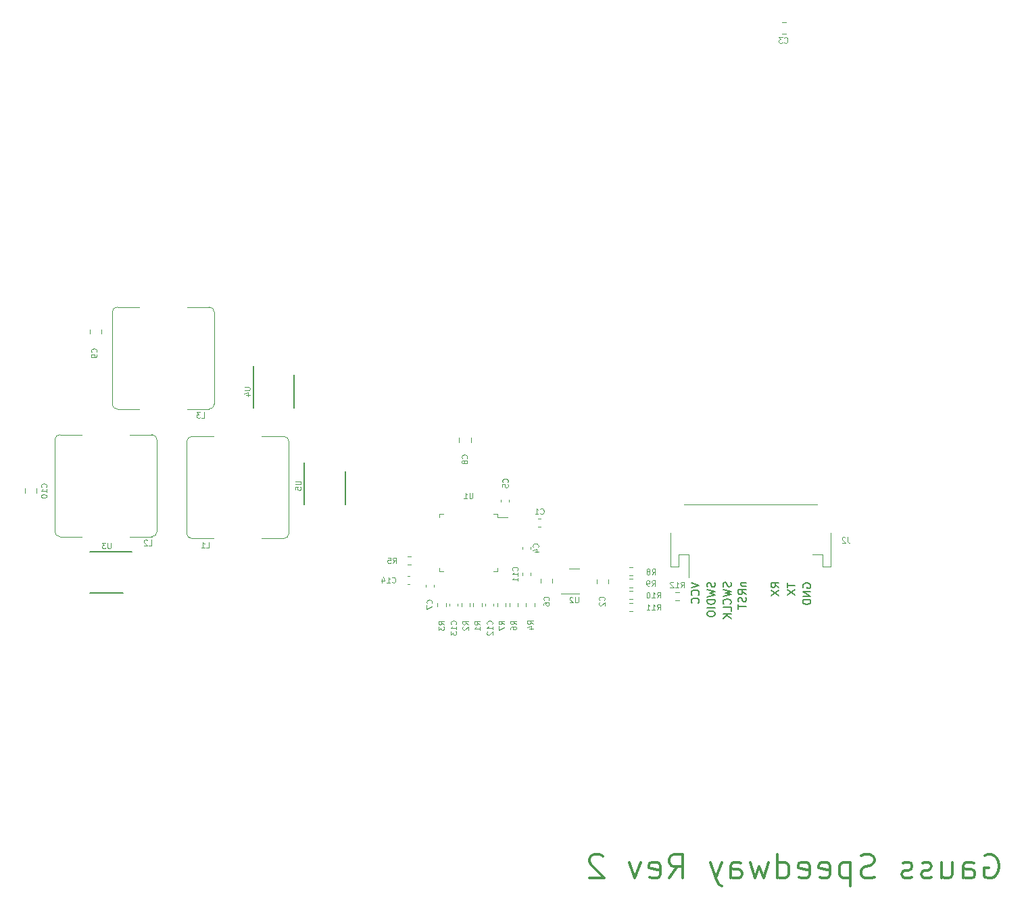
<source format=gbr>
%TF.GenerationSoftware,KiCad,Pcbnew,6.0.2+dfsg-1*%
%TF.CreationDate,2022-11-18T11:13:07-08:00*%
%TF.ProjectId,slot_track,736c6f74-5f74-4726-9163-6b2e6b696361,rev?*%
%TF.SameCoordinates,Original*%
%TF.FileFunction,Legend,Bot*%
%TF.FilePolarity,Positive*%
%FSLAX46Y46*%
G04 Gerber Fmt 4.6, Leading zero omitted, Abs format (unit mm)*
G04 Created by KiCad (PCBNEW 6.0.2+dfsg-1) date 2022-11-18 11:13:07*
%MOMM*%
%LPD*%
G01*
G04 APERTURE LIST*
%ADD10C,0.300000*%
%ADD11C,0.150000*%
%ADD12C,0.100000*%
%ADD13C,0.120000*%
G04 APERTURE END LIST*
D10*
X257678571Y-182875000D02*
X257964285Y-182732142D01*
X258392857Y-182732142D01*
X258821428Y-182875000D01*
X259107142Y-183160714D01*
X259250000Y-183446428D01*
X259392857Y-184017857D01*
X259392857Y-184446428D01*
X259250000Y-185017857D01*
X259107142Y-185303571D01*
X258821428Y-185589285D01*
X258392857Y-185732142D01*
X258107142Y-185732142D01*
X257678571Y-185589285D01*
X257535714Y-185446428D01*
X257535714Y-184446428D01*
X258107142Y-184446428D01*
X254964285Y-185732142D02*
X254964285Y-184160714D01*
X255107142Y-183875000D01*
X255392857Y-183732142D01*
X255964285Y-183732142D01*
X256250000Y-183875000D01*
X254964285Y-185589285D02*
X255250000Y-185732142D01*
X255964285Y-185732142D01*
X256250000Y-185589285D01*
X256392857Y-185303571D01*
X256392857Y-185017857D01*
X256250000Y-184732142D01*
X255964285Y-184589285D01*
X255250000Y-184589285D01*
X254964285Y-184446428D01*
X252250000Y-183732142D02*
X252250000Y-185732142D01*
X253535714Y-183732142D02*
X253535714Y-185303571D01*
X253392857Y-185589285D01*
X253107142Y-185732142D01*
X252678571Y-185732142D01*
X252392857Y-185589285D01*
X252250000Y-185446428D01*
X250964285Y-185589285D02*
X250678571Y-185732142D01*
X250107142Y-185732142D01*
X249821428Y-185589285D01*
X249678571Y-185303571D01*
X249678571Y-185160714D01*
X249821428Y-184875000D01*
X250107142Y-184732142D01*
X250535714Y-184732142D01*
X250821428Y-184589285D01*
X250964285Y-184303571D01*
X250964285Y-184160714D01*
X250821428Y-183875000D01*
X250535714Y-183732142D01*
X250107142Y-183732142D01*
X249821428Y-183875000D01*
X248535714Y-185589285D02*
X248250000Y-185732142D01*
X247678571Y-185732142D01*
X247392857Y-185589285D01*
X247250000Y-185303571D01*
X247250000Y-185160714D01*
X247392857Y-184875000D01*
X247678571Y-184732142D01*
X248107142Y-184732142D01*
X248392857Y-184589285D01*
X248535714Y-184303571D01*
X248535714Y-184160714D01*
X248392857Y-183875000D01*
X248107142Y-183732142D01*
X247678571Y-183732142D01*
X247392857Y-183875000D01*
X243821428Y-185589285D02*
X243392857Y-185732142D01*
X242678571Y-185732142D01*
X242392857Y-185589285D01*
X242250000Y-185446428D01*
X242107142Y-185160714D01*
X242107142Y-184875000D01*
X242250000Y-184589285D01*
X242392857Y-184446428D01*
X242678571Y-184303571D01*
X243250000Y-184160714D01*
X243535714Y-184017857D01*
X243678571Y-183875000D01*
X243821428Y-183589285D01*
X243821428Y-183303571D01*
X243678571Y-183017857D01*
X243535714Y-182875000D01*
X243250000Y-182732142D01*
X242535714Y-182732142D01*
X242107142Y-182875000D01*
X240821428Y-183732142D02*
X240821428Y-186732142D01*
X240821428Y-183875000D02*
X240535714Y-183732142D01*
X239964285Y-183732142D01*
X239678571Y-183875000D01*
X239535714Y-184017857D01*
X239392857Y-184303571D01*
X239392857Y-185160714D01*
X239535714Y-185446428D01*
X239678571Y-185589285D01*
X239964285Y-185732142D01*
X240535714Y-185732142D01*
X240821428Y-185589285D01*
X236964285Y-185589285D02*
X237250000Y-185732142D01*
X237821428Y-185732142D01*
X238107142Y-185589285D01*
X238250000Y-185303571D01*
X238250000Y-184160714D01*
X238107142Y-183875000D01*
X237821428Y-183732142D01*
X237250000Y-183732142D01*
X236964285Y-183875000D01*
X236821428Y-184160714D01*
X236821428Y-184446428D01*
X238250000Y-184732142D01*
X234392857Y-185589285D02*
X234678571Y-185732142D01*
X235250000Y-185732142D01*
X235535714Y-185589285D01*
X235678571Y-185303571D01*
X235678571Y-184160714D01*
X235535714Y-183875000D01*
X235250000Y-183732142D01*
X234678571Y-183732142D01*
X234392857Y-183875000D01*
X234250000Y-184160714D01*
X234250000Y-184446428D01*
X235678571Y-184732142D01*
X231678571Y-185732142D02*
X231678571Y-182732142D01*
X231678571Y-185589285D02*
X231964285Y-185732142D01*
X232535714Y-185732142D01*
X232821428Y-185589285D01*
X232964285Y-185446428D01*
X233107142Y-185160714D01*
X233107142Y-184303571D01*
X232964285Y-184017857D01*
X232821428Y-183875000D01*
X232535714Y-183732142D01*
X231964285Y-183732142D01*
X231678571Y-183875000D01*
X230535714Y-183732142D02*
X229964285Y-185732142D01*
X229392857Y-184303571D01*
X228821428Y-185732142D01*
X228250000Y-183732142D01*
X225821428Y-185732142D02*
X225821428Y-184160714D01*
X225964285Y-183875000D01*
X226250000Y-183732142D01*
X226821428Y-183732142D01*
X227107142Y-183875000D01*
X225821428Y-185589285D02*
X226107142Y-185732142D01*
X226821428Y-185732142D01*
X227107142Y-185589285D01*
X227250000Y-185303571D01*
X227250000Y-185017857D01*
X227107142Y-184732142D01*
X226821428Y-184589285D01*
X226107142Y-184589285D01*
X225821428Y-184446428D01*
X224678571Y-183732142D02*
X223964285Y-185732142D01*
X223250000Y-183732142D02*
X223964285Y-185732142D01*
X224250000Y-186446428D01*
X224392857Y-186589285D01*
X224678571Y-186732142D01*
X218107142Y-185732142D02*
X219107142Y-184303571D01*
X219821428Y-185732142D02*
X219821428Y-182732142D01*
X218678571Y-182732142D01*
X218392857Y-182875000D01*
X218250000Y-183017857D01*
X218107142Y-183303571D01*
X218107142Y-183732142D01*
X218250000Y-184017857D01*
X218392857Y-184160714D01*
X218678571Y-184303571D01*
X219821428Y-184303571D01*
X215678571Y-185589285D02*
X215964285Y-185732142D01*
X216535714Y-185732142D01*
X216821428Y-185589285D01*
X216964285Y-185303571D01*
X216964285Y-184160714D01*
X216821428Y-183875000D01*
X216535714Y-183732142D01*
X215964285Y-183732142D01*
X215678571Y-183875000D01*
X215535714Y-184160714D01*
X215535714Y-184446428D01*
X216964285Y-184732142D01*
X214535714Y-183732142D02*
X213821428Y-185732142D01*
X213107142Y-183732142D01*
X209821428Y-183017857D02*
X209678571Y-182875000D01*
X209392857Y-182732142D01*
X208678571Y-182732142D01*
X208392857Y-182875000D01*
X208250000Y-183017857D01*
X208107142Y-183303571D01*
X208107142Y-183589285D01*
X208250000Y-184017857D01*
X209964285Y-185732142D01*
X208107142Y-185732142D01*
D11*
X234875000Y-149313095D02*
X234827380Y-149217857D01*
X234827380Y-149075000D01*
X234875000Y-148932142D01*
X234970238Y-148836904D01*
X235065476Y-148789285D01*
X235255952Y-148741666D01*
X235398809Y-148741666D01*
X235589285Y-148789285D01*
X235684523Y-148836904D01*
X235779761Y-148932142D01*
X235827380Y-149075000D01*
X235827380Y-149170238D01*
X235779761Y-149313095D01*
X235732142Y-149360714D01*
X235398809Y-149360714D01*
X235398809Y-149170238D01*
X235827380Y-149789285D02*
X234827380Y-149789285D01*
X235827380Y-150360714D01*
X234827380Y-150360714D01*
X235827380Y-150836904D02*
X234827380Y-150836904D01*
X234827380Y-151075000D01*
X234875000Y-151217857D01*
X234970238Y-151313095D01*
X235065476Y-151360714D01*
X235255952Y-151408333D01*
X235398809Y-151408333D01*
X235589285Y-151360714D01*
X235684523Y-151313095D01*
X235779761Y-151217857D01*
X235827380Y-151075000D01*
X235827380Y-150836904D01*
X232877380Y-148713095D02*
X232877380Y-149284523D01*
X233877380Y-148998809D02*
X232877380Y-148998809D01*
X232877380Y-149522619D02*
X233877380Y-150189285D01*
X232877380Y-150189285D02*
X233877380Y-149522619D01*
X231852380Y-149283333D02*
X231376190Y-148950000D01*
X231852380Y-148711904D02*
X230852380Y-148711904D01*
X230852380Y-149092857D01*
X230900000Y-149188095D01*
X230947619Y-149235714D01*
X231042857Y-149283333D01*
X231185714Y-149283333D01*
X231280952Y-149235714D01*
X231328571Y-149188095D01*
X231376190Y-149092857D01*
X231376190Y-148711904D01*
X230852380Y-149616666D02*
X231852380Y-150283333D01*
X230852380Y-150283333D02*
X231852380Y-149616666D01*
X227085714Y-148678571D02*
X227752380Y-148678571D01*
X227180952Y-148678571D02*
X227133333Y-148726190D01*
X227085714Y-148821428D01*
X227085714Y-148964285D01*
X227133333Y-149059523D01*
X227228571Y-149107142D01*
X227752380Y-149107142D01*
X227752380Y-150154761D02*
X227276190Y-149821428D01*
X227752380Y-149583333D02*
X226752380Y-149583333D01*
X226752380Y-149964285D01*
X226800000Y-150059523D01*
X226847619Y-150107142D01*
X226942857Y-150154761D01*
X227085714Y-150154761D01*
X227180952Y-150107142D01*
X227228571Y-150059523D01*
X227276190Y-149964285D01*
X227276190Y-149583333D01*
X227704761Y-150535714D02*
X227752380Y-150678571D01*
X227752380Y-150916666D01*
X227704761Y-151011904D01*
X227657142Y-151059523D01*
X227561904Y-151107142D01*
X227466666Y-151107142D01*
X227371428Y-151059523D01*
X227323809Y-151011904D01*
X227276190Y-150916666D01*
X227228571Y-150726190D01*
X227180952Y-150630952D01*
X227133333Y-150583333D01*
X227038095Y-150535714D01*
X226942857Y-150535714D01*
X226847619Y-150583333D01*
X226800000Y-150630952D01*
X226752380Y-150726190D01*
X226752380Y-150964285D01*
X226800000Y-151107142D01*
X226752380Y-151392857D02*
X226752380Y-151964285D01*
X227752380Y-151678571D02*
X226752380Y-151678571D01*
X225804761Y-148638095D02*
X225852380Y-148780952D01*
X225852380Y-149019047D01*
X225804761Y-149114285D01*
X225757142Y-149161904D01*
X225661904Y-149209523D01*
X225566666Y-149209523D01*
X225471428Y-149161904D01*
X225423809Y-149114285D01*
X225376190Y-149019047D01*
X225328571Y-148828571D01*
X225280952Y-148733333D01*
X225233333Y-148685714D01*
X225138095Y-148638095D01*
X225042857Y-148638095D01*
X224947619Y-148685714D01*
X224900000Y-148733333D01*
X224852380Y-148828571D01*
X224852380Y-149066666D01*
X224900000Y-149209523D01*
X224852380Y-149542857D02*
X225852380Y-149780952D01*
X225138095Y-149971428D01*
X225852380Y-150161904D01*
X224852380Y-150400000D01*
X225757142Y-151352380D02*
X225804761Y-151304761D01*
X225852380Y-151161904D01*
X225852380Y-151066666D01*
X225804761Y-150923809D01*
X225709523Y-150828571D01*
X225614285Y-150780952D01*
X225423809Y-150733333D01*
X225280952Y-150733333D01*
X225090476Y-150780952D01*
X224995238Y-150828571D01*
X224900000Y-150923809D01*
X224852380Y-151066666D01*
X224852380Y-151161904D01*
X224900000Y-151304761D01*
X224947619Y-151352380D01*
X225852380Y-152257142D02*
X225852380Y-151780952D01*
X224852380Y-151780952D01*
X225852380Y-152590476D02*
X224852380Y-152590476D01*
X225852380Y-153161904D02*
X225280952Y-152733333D01*
X224852380Y-153161904D02*
X225423809Y-152590476D01*
X220852380Y-148666666D02*
X221852380Y-149000000D01*
X220852380Y-149333333D01*
X221757142Y-150238095D02*
X221804761Y-150190476D01*
X221852380Y-150047619D01*
X221852380Y-149952380D01*
X221804761Y-149809523D01*
X221709523Y-149714285D01*
X221614285Y-149666666D01*
X221423809Y-149619047D01*
X221280952Y-149619047D01*
X221090476Y-149666666D01*
X220995238Y-149714285D01*
X220900000Y-149809523D01*
X220852380Y-149952380D01*
X220852380Y-150047619D01*
X220900000Y-150190476D01*
X220947619Y-150238095D01*
X221757142Y-151238095D02*
X221804761Y-151190476D01*
X221852380Y-151047619D01*
X221852380Y-150952380D01*
X221804761Y-150809523D01*
X221709523Y-150714285D01*
X221614285Y-150666666D01*
X221423809Y-150619047D01*
X221280952Y-150619047D01*
X221090476Y-150666666D01*
X220995238Y-150714285D01*
X220900000Y-150809523D01*
X220852380Y-150952380D01*
X220852380Y-151047619D01*
X220900000Y-151190476D01*
X220947619Y-151238095D01*
X223804761Y-148680952D02*
X223852380Y-148823809D01*
X223852380Y-149061904D01*
X223804761Y-149157142D01*
X223757142Y-149204761D01*
X223661904Y-149252380D01*
X223566666Y-149252380D01*
X223471428Y-149204761D01*
X223423809Y-149157142D01*
X223376190Y-149061904D01*
X223328571Y-148871428D01*
X223280952Y-148776190D01*
X223233333Y-148728571D01*
X223138095Y-148680952D01*
X223042857Y-148680952D01*
X222947619Y-148728571D01*
X222900000Y-148776190D01*
X222852380Y-148871428D01*
X222852380Y-149109523D01*
X222900000Y-149252380D01*
X222852380Y-149585714D02*
X223852380Y-149823809D01*
X223138095Y-150014285D01*
X223852380Y-150204761D01*
X222852380Y-150442857D01*
X223852380Y-150823809D02*
X222852380Y-150823809D01*
X222852380Y-151061904D01*
X222900000Y-151204761D01*
X222995238Y-151300000D01*
X223090476Y-151347619D01*
X223280952Y-151395238D01*
X223423809Y-151395238D01*
X223614285Y-151347619D01*
X223709523Y-151300000D01*
X223804761Y-151204761D01*
X223852380Y-151061904D01*
X223852380Y-150823809D01*
X223852380Y-151823809D02*
X222852380Y-151823809D01*
X222852380Y-152490476D02*
X222852380Y-152680952D01*
X222900000Y-152776190D01*
X222995238Y-152871428D01*
X223185714Y-152919047D01*
X223519047Y-152919047D01*
X223709523Y-152871428D01*
X223804761Y-152776190D01*
X223852380Y-152680952D01*
X223852380Y-152490476D01*
X223804761Y-152395238D01*
X223709523Y-152300000D01*
X223519047Y-152252380D01*
X223185714Y-152252380D01*
X222995238Y-152300000D01*
X222900000Y-152395238D01*
X222852380Y-152490476D01*
D12*
%TO.C,R12*%
X219550000Y-149286666D02*
X219783333Y-148953333D01*
X219950000Y-149286666D02*
X219950000Y-148586666D01*
X219683333Y-148586666D01*
X219616666Y-148620000D01*
X219583333Y-148653333D01*
X219550000Y-148720000D01*
X219550000Y-148820000D01*
X219583333Y-148886666D01*
X219616666Y-148920000D01*
X219683333Y-148953333D01*
X219950000Y-148953333D01*
X218883333Y-149286666D02*
X219283333Y-149286666D01*
X219083333Y-149286666D02*
X219083333Y-148586666D01*
X219150000Y-148686666D01*
X219216666Y-148753333D01*
X219283333Y-148786666D01*
X218616666Y-148653333D02*
X218583333Y-148620000D01*
X218516666Y-148586666D01*
X218350000Y-148586666D01*
X218283333Y-148620000D01*
X218250000Y-148653333D01*
X218216666Y-148720000D01*
X218216666Y-148786666D01*
X218250000Y-148886666D01*
X218650000Y-149286666D01*
X218216666Y-149286666D01*
%TO.C,R11*%
X216600000Y-152091666D02*
X216833333Y-151758333D01*
X217000000Y-152091666D02*
X217000000Y-151391666D01*
X216733333Y-151391666D01*
X216666666Y-151425000D01*
X216633333Y-151458333D01*
X216600000Y-151525000D01*
X216600000Y-151625000D01*
X216633333Y-151691666D01*
X216666666Y-151725000D01*
X216733333Y-151758333D01*
X217000000Y-151758333D01*
X215933333Y-152091666D02*
X216333333Y-152091666D01*
X216133333Y-152091666D02*
X216133333Y-151391666D01*
X216200000Y-151491666D01*
X216266666Y-151558333D01*
X216333333Y-151591666D01*
X215266666Y-152091666D02*
X215666666Y-152091666D01*
X215466666Y-152091666D02*
X215466666Y-151391666D01*
X215533333Y-151491666D01*
X215600000Y-151558333D01*
X215666666Y-151591666D01*
%TO.C,R10*%
X216600000Y-150591666D02*
X216833333Y-150258333D01*
X217000000Y-150591666D02*
X217000000Y-149891666D01*
X216733333Y-149891666D01*
X216666666Y-149925000D01*
X216633333Y-149958333D01*
X216600000Y-150025000D01*
X216600000Y-150125000D01*
X216633333Y-150191666D01*
X216666666Y-150225000D01*
X216733333Y-150258333D01*
X217000000Y-150258333D01*
X215933333Y-150591666D02*
X216333333Y-150591666D01*
X216133333Y-150591666D02*
X216133333Y-149891666D01*
X216200000Y-149991666D01*
X216266666Y-150058333D01*
X216333333Y-150091666D01*
X215500000Y-149891666D02*
X215433333Y-149891666D01*
X215366666Y-149925000D01*
X215333333Y-149958333D01*
X215300000Y-150025000D01*
X215266666Y-150158333D01*
X215266666Y-150325000D01*
X215300000Y-150458333D01*
X215333333Y-150525000D01*
X215366666Y-150558333D01*
X215433333Y-150591666D01*
X215500000Y-150591666D01*
X215566666Y-150558333D01*
X215600000Y-150525000D01*
X215633333Y-150458333D01*
X215666666Y-150325000D01*
X215666666Y-150158333D01*
X215633333Y-150025000D01*
X215600000Y-149958333D01*
X215566666Y-149925000D01*
X215500000Y-149891666D01*
%TO.C,R9*%
X215916666Y-149091666D02*
X216150000Y-148758333D01*
X216316666Y-149091666D02*
X216316666Y-148391666D01*
X216050000Y-148391666D01*
X215983333Y-148425000D01*
X215950000Y-148458333D01*
X215916666Y-148525000D01*
X215916666Y-148625000D01*
X215950000Y-148691666D01*
X215983333Y-148725000D01*
X216050000Y-148758333D01*
X216316666Y-148758333D01*
X215583333Y-149091666D02*
X215450000Y-149091666D01*
X215383333Y-149058333D01*
X215350000Y-149025000D01*
X215283333Y-148925000D01*
X215250000Y-148791666D01*
X215250000Y-148525000D01*
X215283333Y-148458333D01*
X215316666Y-148425000D01*
X215383333Y-148391666D01*
X215516666Y-148391666D01*
X215583333Y-148425000D01*
X215616666Y-148458333D01*
X215650000Y-148525000D01*
X215650000Y-148691666D01*
X215616666Y-148758333D01*
X215583333Y-148791666D01*
X215516666Y-148825000D01*
X215383333Y-148825000D01*
X215316666Y-148791666D01*
X215283333Y-148758333D01*
X215250000Y-148691666D01*
%TO.C,R8*%
X215941666Y-147666666D02*
X216175000Y-147333333D01*
X216341666Y-147666666D02*
X216341666Y-146966666D01*
X216075000Y-146966666D01*
X216008333Y-147000000D01*
X215975000Y-147033333D01*
X215941666Y-147100000D01*
X215941666Y-147200000D01*
X215975000Y-147266666D01*
X216008333Y-147300000D01*
X216075000Y-147333333D01*
X216341666Y-147333333D01*
X215541666Y-147266666D02*
X215608333Y-147233333D01*
X215641666Y-147200000D01*
X215675000Y-147133333D01*
X215675000Y-147100000D01*
X215641666Y-147033333D01*
X215608333Y-147000000D01*
X215541666Y-146966666D01*
X215408333Y-146966666D01*
X215341666Y-147000000D01*
X215308333Y-147033333D01*
X215275000Y-147100000D01*
X215275000Y-147133333D01*
X215308333Y-147200000D01*
X215341666Y-147233333D01*
X215408333Y-147266666D01*
X215541666Y-147266666D01*
X215608333Y-147300000D01*
X215641666Y-147333333D01*
X215675000Y-147400000D01*
X215675000Y-147533333D01*
X215641666Y-147600000D01*
X215608333Y-147633333D01*
X215541666Y-147666666D01*
X215408333Y-147666666D01*
X215341666Y-147633333D01*
X215308333Y-147600000D01*
X215275000Y-147533333D01*
X215275000Y-147400000D01*
X215308333Y-147333333D01*
X215341666Y-147300000D01*
X215408333Y-147266666D01*
%TO.C,J2*%
X240433333Y-142966666D02*
X240433333Y-143466666D01*
X240466666Y-143566666D01*
X240533333Y-143633333D01*
X240633333Y-143666666D01*
X240700000Y-143666666D01*
X240133333Y-143033333D02*
X240100000Y-143000000D01*
X240033333Y-142966666D01*
X239866666Y-142966666D01*
X239800000Y-143000000D01*
X239766666Y-143033333D01*
X239733333Y-143100000D01*
X239733333Y-143166666D01*
X239766666Y-143266666D01*
X240166666Y-143666666D01*
X239733333Y-143666666D01*
%TO.C,C14*%
X183400000Y-148625000D02*
X183433333Y-148658333D01*
X183533333Y-148691666D01*
X183600000Y-148691666D01*
X183700000Y-148658333D01*
X183766666Y-148591666D01*
X183800000Y-148525000D01*
X183833333Y-148391666D01*
X183833333Y-148291666D01*
X183800000Y-148158333D01*
X183766666Y-148091666D01*
X183700000Y-148025000D01*
X183600000Y-147991666D01*
X183533333Y-147991666D01*
X183433333Y-148025000D01*
X183400000Y-148058333D01*
X182733333Y-148691666D02*
X183133333Y-148691666D01*
X182933333Y-148691666D02*
X182933333Y-147991666D01*
X183000000Y-148091666D01*
X183066666Y-148158333D01*
X183133333Y-148191666D01*
X182133333Y-148225000D02*
X182133333Y-148691666D01*
X182300000Y-147958333D02*
X182466666Y-148458333D01*
X182033333Y-148458333D01*
%TO.C,C13*%
X191375000Y-153900000D02*
X191408333Y-153866666D01*
X191441666Y-153766666D01*
X191441666Y-153700000D01*
X191408333Y-153600000D01*
X191341666Y-153533333D01*
X191275000Y-153500000D01*
X191141666Y-153466666D01*
X191041666Y-153466666D01*
X190908333Y-153500000D01*
X190841666Y-153533333D01*
X190775000Y-153600000D01*
X190741666Y-153700000D01*
X190741666Y-153766666D01*
X190775000Y-153866666D01*
X190808333Y-153900000D01*
X191441666Y-154566666D02*
X191441666Y-154166666D01*
X191441666Y-154366666D02*
X190741666Y-154366666D01*
X190841666Y-154300000D01*
X190908333Y-154233333D01*
X190941666Y-154166666D01*
X190741666Y-154800000D02*
X190741666Y-155233333D01*
X191008333Y-155000000D01*
X191008333Y-155100000D01*
X191041666Y-155166666D01*
X191075000Y-155200000D01*
X191141666Y-155233333D01*
X191308333Y-155233333D01*
X191375000Y-155200000D01*
X191408333Y-155166666D01*
X191441666Y-155100000D01*
X191441666Y-154900000D01*
X191408333Y-154833333D01*
X191375000Y-154800000D01*
%TO.C,C12*%
X195900000Y-153900000D02*
X195933333Y-153866666D01*
X195966666Y-153766666D01*
X195966666Y-153700000D01*
X195933333Y-153600000D01*
X195866666Y-153533333D01*
X195800000Y-153500000D01*
X195666666Y-153466666D01*
X195566666Y-153466666D01*
X195433333Y-153500000D01*
X195366666Y-153533333D01*
X195300000Y-153600000D01*
X195266666Y-153700000D01*
X195266666Y-153766666D01*
X195300000Y-153866666D01*
X195333333Y-153900000D01*
X195966666Y-154566666D02*
X195966666Y-154166666D01*
X195966666Y-154366666D02*
X195266666Y-154366666D01*
X195366666Y-154300000D01*
X195433333Y-154233333D01*
X195466666Y-154166666D01*
X195333333Y-154833333D02*
X195300000Y-154866666D01*
X195266666Y-154933333D01*
X195266666Y-155100000D01*
X195300000Y-155166666D01*
X195333333Y-155200000D01*
X195400000Y-155233333D01*
X195466666Y-155233333D01*
X195566666Y-155200000D01*
X195966666Y-154800000D01*
X195966666Y-155233333D01*
%TO.C,C11*%
X199070000Y-147150000D02*
X199103333Y-147116666D01*
X199136666Y-147016666D01*
X199136666Y-146950000D01*
X199103333Y-146850000D01*
X199036666Y-146783333D01*
X198970000Y-146750000D01*
X198836666Y-146716666D01*
X198736666Y-146716666D01*
X198603333Y-146750000D01*
X198536666Y-146783333D01*
X198470000Y-146850000D01*
X198436666Y-146950000D01*
X198436666Y-147016666D01*
X198470000Y-147116666D01*
X198503333Y-147150000D01*
X199136666Y-147816666D02*
X199136666Y-147416666D01*
X199136666Y-147616666D02*
X198436666Y-147616666D01*
X198536666Y-147550000D01*
X198603333Y-147483333D01*
X198636666Y-147416666D01*
X199136666Y-148483333D02*
X199136666Y-148083333D01*
X199136666Y-148283333D02*
X198436666Y-148283333D01*
X198536666Y-148216666D01*
X198603333Y-148150000D01*
X198636666Y-148083333D01*
%TO.C,C10*%
X140060000Y-136700000D02*
X140093333Y-136666666D01*
X140126666Y-136566666D01*
X140126666Y-136500000D01*
X140093333Y-136400000D01*
X140026666Y-136333333D01*
X139960000Y-136300000D01*
X139826666Y-136266666D01*
X139726666Y-136266666D01*
X139593333Y-136300000D01*
X139526666Y-136333333D01*
X139460000Y-136400000D01*
X139426666Y-136500000D01*
X139426666Y-136566666D01*
X139460000Y-136666666D01*
X139493333Y-136700000D01*
X140126666Y-137366666D02*
X140126666Y-136966666D01*
X140126666Y-137166666D02*
X139426666Y-137166666D01*
X139526666Y-137100000D01*
X139593333Y-137033333D01*
X139626666Y-136966666D01*
X139426666Y-137800000D02*
X139426666Y-137866666D01*
X139460000Y-137933333D01*
X139493333Y-137966666D01*
X139560000Y-138000000D01*
X139693333Y-138033333D01*
X139860000Y-138033333D01*
X139993333Y-138000000D01*
X140060000Y-137966666D01*
X140093333Y-137933333D01*
X140126666Y-137866666D01*
X140126666Y-137800000D01*
X140093333Y-137733333D01*
X140060000Y-137700000D01*
X139993333Y-137666666D01*
X139860000Y-137633333D01*
X139693333Y-137633333D01*
X139560000Y-137666666D01*
X139493333Y-137700000D01*
X139460000Y-137733333D01*
X139426666Y-137800000D01*
%TO.C,U1*%
X193483333Y-137416666D02*
X193483333Y-137983333D01*
X193450000Y-138050000D01*
X193416666Y-138083333D01*
X193350000Y-138116666D01*
X193216666Y-138116666D01*
X193150000Y-138083333D01*
X193116666Y-138050000D01*
X193083333Y-137983333D01*
X193083333Y-137416666D01*
X192383333Y-138116666D02*
X192783333Y-138116666D01*
X192583333Y-138116666D02*
X192583333Y-137416666D01*
X192650000Y-137516666D01*
X192716666Y-137583333D01*
X192783333Y-137616666D01*
%TO.C,U5*%
X171266666Y-135966666D02*
X171833333Y-135966666D01*
X171900000Y-136000000D01*
X171933333Y-136033333D01*
X171966666Y-136100000D01*
X171966666Y-136233333D01*
X171933333Y-136300000D01*
X171900000Y-136333333D01*
X171833333Y-136366666D01*
X171266666Y-136366666D01*
X171266666Y-137033333D02*
X171266666Y-136700000D01*
X171600000Y-136666666D01*
X171566666Y-136700000D01*
X171533333Y-136766666D01*
X171533333Y-136933333D01*
X171566666Y-137000000D01*
X171600000Y-137033333D01*
X171666666Y-137066666D01*
X171833333Y-137066666D01*
X171900000Y-137033333D01*
X171933333Y-137000000D01*
X171966666Y-136933333D01*
X171966666Y-136766666D01*
X171933333Y-136700000D01*
X171900000Y-136666666D01*
%TO.C,R3*%
X189916666Y-153933333D02*
X189583333Y-153700000D01*
X189916666Y-153533333D02*
X189216666Y-153533333D01*
X189216666Y-153800000D01*
X189250000Y-153866666D01*
X189283333Y-153900000D01*
X189350000Y-153933333D01*
X189450000Y-153933333D01*
X189516666Y-153900000D01*
X189550000Y-153866666D01*
X189583333Y-153800000D01*
X189583333Y-153533333D01*
X189216666Y-154166666D02*
X189216666Y-154600000D01*
X189483333Y-154366666D01*
X189483333Y-154466666D01*
X189516666Y-154533333D01*
X189550000Y-154566666D01*
X189616666Y-154600000D01*
X189783333Y-154600000D01*
X189850000Y-154566666D01*
X189883333Y-154533333D01*
X189916666Y-154466666D01*
X189916666Y-154266666D01*
X189883333Y-154200000D01*
X189850000Y-154166666D01*
%TO.C,C4*%
X201650000Y-144233333D02*
X201683333Y-144200000D01*
X201716666Y-144100000D01*
X201716666Y-144033333D01*
X201683333Y-143933333D01*
X201616666Y-143866666D01*
X201550000Y-143833333D01*
X201416666Y-143800000D01*
X201316666Y-143800000D01*
X201183333Y-143833333D01*
X201116666Y-143866666D01*
X201050000Y-143933333D01*
X201016666Y-144033333D01*
X201016666Y-144100000D01*
X201050000Y-144200000D01*
X201083333Y-144233333D01*
X201250000Y-144833333D02*
X201716666Y-144833333D01*
X200983333Y-144666666D02*
X201483333Y-144500000D01*
X201483333Y-144933333D01*
%TO.C,C7*%
X188350000Y-151283333D02*
X188383333Y-151250000D01*
X188416666Y-151150000D01*
X188416666Y-151083333D01*
X188383333Y-150983333D01*
X188316666Y-150916666D01*
X188250000Y-150883333D01*
X188116666Y-150850000D01*
X188016666Y-150850000D01*
X187883333Y-150883333D01*
X187816666Y-150916666D01*
X187750000Y-150983333D01*
X187716666Y-151083333D01*
X187716666Y-151150000D01*
X187750000Y-151250000D01*
X187783333Y-151283333D01*
X187716666Y-151516666D02*
X187716666Y-151983333D01*
X188416666Y-151683333D01*
%TO.C,L1*%
X160116666Y-144316666D02*
X160450000Y-144316666D01*
X160450000Y-143616666D01*
X159516666Y-144316666D02*
X159916666Y-144316666D01*
X159716666Y-144316666D02*
X159716666Y-143616666D01*
X159783333Y-143716666D01*
X159850000Y-143783333D01*
X159916666Y-143816666D01*
%TO.C,U2*%
X206733333Y-150491666D02*
X206733333Y-151058333D01*
X206700000Y-151125000D01*
X206666666Y-151158333D01*
X206600000Y-151191666D01*
X206466666Y-151191666D01*
X206400000Y-151158333D01*
X206366666Y-151125000D01*
X206333333Y-151058333D01*
X206333333Y-150491666D01*
X206033333Y-150558333D02*
X206000000Y-150525000D01*
X205933333Y-150491666D01*
X205766666Y-150491666D01*
X205700000Y-150525000D01*
X205666666Y-150558333D01*
X205633333Y-150625000D01*
X205633333Y-150691666D01*
X205666666Y-150791666D01*
X206066666Y-151191666D01*
X205633333Y-151191666D01*
%TO.C,C5*%
X197850000Y-136083333D02*
X197883333Y-136050000D01*
X197916666Y-135950000D01*
X197916666Y-135883333D01*
X197883333Y-135783333D01*
X197816666Y-135716666D01*
X197750000Y-135683333D01*
X197616666Y-135650000D01*
X197516666Y-135650000D01*
X197383333Y-135683333D01*
X197316666Y-135716666D01*
X197250000Y-135783333D01*
X197216666Y-135883333D01*
X197216666Y-135950000D01*
X197250000Y-136050000D01*
X197283333Y-136083333D01*
X197216666Y-136716666D02*
X197216666Y-136383333D01*
X197550000Y-136350000D01*
X197516666Y-136383333D01*
X197483333Y-136450000D01*
X197483333Y-136616666D01*
X197516666Y-136683333D01*
X197550000Y-136716666D01*
X197616666Y-136750000D01*
X197783333Y-136750000D01*
X197850000Y-136716666D01*
X197883333Y-136683333D01*
X197916666Y-136616666D01*
X197916666Y-136450000D01*
X197883333Y-136383333D01*
X197850000Y-136350000D01*
%TO.C,C3*%
X232516666Y-80950000D02*
X232550000Y-80983333D01*
X232650000Y-81016666D01*
X232716666Y-81016666D01*
X232816666Y-80983333D01*
X232883333Y-80916666D01*
X232916666Y-80850000D01*
X232950000Y-80716666D01*
X232950000Y-80616666D01*
X232916666Y-80483333D01*
X232883333Y-80416666D01*
X232816666Y-80350000D01*
X232716666Y-80316666D01*
X232650000Y-80316666D01*
X232550000Y-80350000D01*
X232516666Y-80383333D01*
X232283333Y-80316666D02*
X231850000Y-80316666D01*
X232083333Y-80583333D01*
X231983333Y-80583333D01*
X231916666Y-80616666D01*
X231883333Y-80650000D01*
X231850000Y-80716666D01*
X231850000Y-80883333D01*
X231883333Y-80950000D01*
X231916666Y-80983333D01*
X231983333Y-81016666D01*
X232183333Y-81016666D01*
X232250000Y-80983333D01*
X232283333Y-80950000D01*
%TO.C,R4*%
X201041666Y-153883333D02*
X200708333Y-153650000D01*
X201041666Y-153483333D02*
X200341666Y-153483333D01*
X200341666Y-153750000D01*
X200375000Y-153816666D01*
X200408333Y-153850000D01*
X200475000Y-153883333D01*
X200575000Y-153883333D01*
X200641666Y-153850000D01*
X200675000Y-153816666D01*
X200708333Y-153750000D01*
X200708333Y-153483333D01*
X200575000Y-154483333D02*
X201041666Y-154483333D01*
X200308333Y-154316666D02*
X200808333Y-154150000D01*
X200808333Y-154583333D01*
%TO.C,R2*%
X192916666Y-153933333D02*
X192583333Y-153700000D01*
X192916666Y-153533333D02*
X192216666Y-153533333D01*
X192216666Y-153800000D01*
X192250000Y-153866666D01*
X192283333Y-153900000D01*
X192350000Y-153933333D01*
X192450000Y-153933333D01*
X192516666Y-153900000D01*
X192550000Y-153866666D01*
X192583333Y-153800000D01*
X192583333Y-153533333D01*
X192283333Y-154200000D02*
X192250000Y-154233333D01*
X192216666Y-154300000D01*
X192216666Y-154466666D01*
X192250000Y-154533333D01*
X192283333Y-154566666D01*
X192350000Y-154600000D01*
X192416666Y-154600000D01*
X192516666Y-154566666D01*
X192916666Y-154166666D01*
X192916666Y-154600000D01*
%TO.C,U3*%
X148183333Y-143696666D02*
X148183333Y-144263333D01*
X148150000Y-144330000D01*
X148116666Y-144363333D01*
X148050000Y-144396666D01*
X147916666Y-144396666D01*
X147850000Y-144363333D01*
X147816666Y-144330000D01*
X147783333Y-144263333D01*
X147783333Y-143696666D01*
X147516666Y-143696666D02*
X147083333Y-143696666D01*
X147316666Y-143963333D01*
X147216666Y-143963333D01*
X147150000Y-143996666D01*
X147116666Y-144030000D01*
X147083333Y-144096666D01*
X147083333Y-144263333D01*
X147116666Y-144330000D01*
X147150000Y-144363333D01*
X147216666Y-144396666D01*
X147416666Y-144396666D01*
X147483333Y-144363333D01*
X147516666Y-144330000D01*
%TO.C,U4*%
X164886666Y-124166666D02*
X165453333Y-124166666D01*
X165520000Y-124200000D01*
X165553333Y-124233333D01*
X165586666Y-124300000D01*
X165586666Y-124433333D01*
X165553333Y-124500000D01*
X165520000Y-124533333D01*
X165453333Y-124566666D01*
X164886666Y-124566666D01*
X165120000Y-125200000D02*
X165586666Y-125200000D01*
X164853333Y-125033333D02*
X165353333Y-124866666D01*
X165353333Y-125300000D01*
%TO.C,L2*%
X152916666Y-144016666D02*
X153250000Y-144016666D01*
X153250000Y-143316666D01*
X152716666Y-143383333D02*
X152683333Y-143350000D01*
X152616666Y-143316666D01*
X152450000Y-143316666D01*
X152383333Y-143350000D01*
X152350000Y-143383333D01*
X152316666Y-143450000D01*
X152316666Y-143516666D01*
X152350000Y-143616666D01*
X152750000Y-144016666D01*
X152316666Y-144016666D01*
%TO.C,C2*%
X209950000Y-150883333D02*
X209983333Y-150850000D01*
X210016666Y-150750000D01*
X210016666Y-150683333D01*
X209983333Y-150583333D01*
X209916666Y-150516666D01*
X209850000Y-150483333D01*
X209716666Y-150450000D01*
X209616666Y-150450000D01*
X209483333Y-150483333D01*
X209416666Y-150516666D01*
X209350000Y-150583333D01*
X209316666Y-150683333D01*
X209316666Y-150750000D01*
X209350000Y-150850000D01*
X209383333Y-150883333D01*
X209383333Y-151150000D02*
X209350000Y-151183333D01*
X209316666Y-151250000D01*
X209316666Y-151416666D01*
X209350000Y-151483333D01*
X209383333Y-151516666D01*
X209450000Y-151550000D01*
X209516666Y-151550000D01*
X209616666Y-151516666D01*
X210016666Y-151116666D01*
X210016666Y-151550000D01*
%TO.C,R6*%
X198941666Y-153908333D02*
X198608333Y-153675000D01*
X198941666Y-153508333D02*
X198241666Y-153508333D01*
X198241666Y-153775000D01*
X198275000Y-153841666D01*
X198308333Y-153875000D01*
X198375000Y-153908333D01*
X198475000Y-153908333D01*
X198541666Y-153875000D01*
X198575000Y-153841666D01*
X198608333Y-153775000D01*
X198608333Y-153508333D01*
X198241666Y-154508333D02*
X198241666Y-154375000D01*
X198275000Y-154308333D01*
X198308333Y-154275000D01*
X198408333Y-154208333D01*
X198541666Y-154175000D01*
X198808333Y-154175000D01*
X198875000Y-154208333D01*
X198908333Y-154241666D01*
X198941666Y-154308333D01*
X198941666Y-154441666D01*
X198908333Y-154508333D01*
X198875000Y-154541666D01*
X198808333Y-154575000D01*
X198641666Y-154575000D01*
X198575000Y-154541666D01*
X198541666Y-154508333D01*
X198508333Y-154441666D01*
X198508333Y-154308333D01*
X198541666Y-154241666D01*
X198575000Y-154208333D01*
X198641666Y-154175000D01*
%TO.C,R7*%
X197441666Y-153908333D02*
X197108333Y-153675000D01*
X197441666Y-153508333D02*
X196741666Y-153508333D01*
X196741666Y-153775000D01*
X196775000Y-153841666D01*
X196808333Y-153875000D01*
X196875000Y-153908333D01*
X196975000Y-153908333D01*
X197041666Y-153875000D01*
X197075000Y-153841666D01*
X197108333Y-153775000D01*
X197108333Y-153508333D01*
X196741666Y-154141666D02*
X196741666Y-154608333D01*
X197441666Y-154308333D01*
%TO.C,R1*%
X194416666Y-153958333D02*
X194083333Y-153725000D01*
X194416666Y-153558333D02*
X193716666Y-153558333D01*
X193716666Y-153825000D01*
X193750000Y-153891666D01*
X193783333Y-153925000D01*
X193850000Y-153958333D01*
X193950000Y-153958333D01*
X194016666Y-153925000D01*
X194050000Y-153891666D01*
X194083333Y-153825000D01*
X194083333Y-153558333D01*
X194416666Y-154625000D02*
X194416666Y-154225000D01*
X194416666Y-154425000D02*
X193716666Y-154425000D01*
X193816666Y-154358333D01*
X193883333Y-154291666D01*
X193916666Y-154225000D01*
%TO.C,C1*%
X201966666Y-140020000D02*
X202000000Y-140053333D01*
X202100000Y-140086666D01*
X202166666Y-140086666D01*
X202266666Y-140053333D01*
X202333333Y-139986666D01*
X202366666Y-139920000D01*
X202400000Y-139786666D01*
X202400000Y-139686666D01*
X202366666Y-139553333D01*
X202333333Y-139486666D01*
X202266666Y-139420000D01*
X202166666Y-139386666D01*
X202100000Y-139386666D01*
X202000000Y-139420000D01*
X201966666Y-139453333D01*
X201300000Y-140086666D02*
X201700000Y-140086666D01*
X201500000Y-140086666D02*
X201500000Y-139386666D01*
X201566666Y-139486666D01*
X201633333Y-139553333D01*
X201700000Y-139586666D01*
%TO.C,C9*%
X146350000Y-119783333D02*
X146383333Y-119750000D01*
X146416666Y-119650000D01*
X146416666Y-119583333D01*
X146383333Y-119483333D01*
X146316666Y-119416666D01*
X146250000Y-119383333D01*
X146116666Y-119350000D01*
X146016666Y-119350000D01*
X145883333Y-119383333D01*
X145816666Y-119416666D01*
X145750000Y-119483333D01*
X145716666Y-119583333D01*
X145716666Y-119650000D01*
X145750000Y-119750000D01*
X145783333Y-119783333D01*
X146416666Y-120116666D02*
X146416666Y-120250000D01*
X146383333Y-120316666D01*
X146350000Y-120350000D01*
X146250000Y-120416666D01*
X146116666Y-120450000D01*
X145850000Y-120450000D01*
X145783333Y-120416666D01*
X145750000Y-120383333D01*
X145716666Y-120316666D01*
X145716666Y-120183333D01*
X145750000Y-120116666D01*
X145783333Y-120083333D01*
X145850000Y-120050000D01*
X146016666Y-120050000D01*
X146083333Y-120083333D01*
X146116666Y-120116666D01*
X146150000Y-120183333D01*
X146150000Y-120316666D01*
X146116666Y-120383333D01*
X146083333Y-120416666D01*
X146016666Y-120450000D01*
%TO.C,C8*%
X192750000Y-133083333D02*
X192783333Y-133050000D01*
X192816666Y-132950000D01*
X192816666Y-132883333D01*
X192783333Y-132783333D01*
X192716666Y-132716666D01*
X192650000Y-132683333D01*
X192516666Y-132650000D01*
X192416666Y-132650000D01*
X192283333Y-132683333D01*
X192216666Y-132716666D01*
X192150000Y-132783333D01*
X192116666Y-132883333D01*
X192116666Y-132950000D01*
X192150000Y-133050000D01*
X192183333Y-133083333D01*
X192416666Y-133483333D02*
X192383333Y-133416666D01*
X192350000Y-133383333D01*
X192283333Y-133350000D01*
X192250000Y-133350000D01*
X192183333Y-133383333D01*
X192150000Y-133416666D01*
X192116666Y-133483333D01*
X192116666Y-133616666D01*
X192150000Y-133683333D01*
X192183333Y-133716666D01*
X192250000Y-133750000D01*
X192283333Y-133750000D01*
X192350000Y-133716666D01*
X192383333Y-133683333D01*
X192416666Y-133616666D01*
X192416666Y-133483333D01*
X192450000Y-133416666D01*
X192483333Y-133383333D01*
X192550000Y-133350000D01*
X192683333Y-133350000D01*
X192750000Y-133383333D01*
X192783333Y-133416666D01*
X192816666Y-133483333D01*
X192816666Y-133616666D01*
X192783333Y-133683333D01*
X192750000Y-133716666D01*
X192683333Y-133750000D01*
X192550000Y-133750000D01*
X192483333Y-133716666D01*
X192450000Y-133683333D01*
X192416666Y-133616666D01*
%TO.C,L3*%
X159516666Y-128016666D02*
X159850000Y-128016666D01*
X159850000Y-127316666D01*
X159350000Y-127316666D02*
X158916666Y-127316666D01*
X159150000Y-127583333D01*
X159050000Y-127583333D01*
X158983333Y-127616666D01*
X158950000Y-127650000D01*
X158916666Y-127716666D01*
X158916666Y-127883333D01*
X158950000Y-127950000D01*
X158983333Y-127983333D01*
X159050000Y-128016666D01*
X159250000Y-128016666D01*
X159316666Y-127983333D01*
X159350000Y-127950000D01*
%TO.C,C6*%
X203000000Y-150883333D02*
X203033333Y-150850000D01*
X203066666Y-150750000D01*
X203066666Y-150683333D01*
X203033333Y-150583333D01*
X202966666Y-150516666D01*
X202900000Y-150483333D01*
X202766666Y-150450000D01*
X202666666Y-150450000D01*
X202533333Y-150483333D01*
X202466666Y-150516666D01*
X202400000Y-150583333D01*
X202366666Y-150683333D01*
X202366666Y-150750000D01*
X202400000Y-150850000D01*
X202433333Y-150883333D01*
X202366666Y-151483333D02*
X202366666Y-151350000D01*
X202400000Y-151283333D01*
X202433333Y-151250000D01*
X202533333Y-151183333D01*
X202666666Y-151150000D01*
X202933333Y-151150000D01*
X203000000Y-151183333D01*
X203033333Y-151216666D01*
X203066666Y-151283333D01*
X203066666Y-151416666D01*
X203033333Y-151483333D01*
X203000000Y-151516666D01*
X202933333Y-151550000D01*
X202766666Y-151550000D01*
X202700000Y-151516666D01*
X202666666Y-151483333D01*
X202633333Y-151416666D01*
X202633333Y-151283333D01*
X202666666Y-151216666D01*
X202700000Y-151183333D01*
X202766666Y-151150000D01*
%TO.C,R5*%
X183491666Y-146241666D02*
X183725000Y-145908333D01*
X183891666Y-146241666D02*
X183891666Y-145541666D01*
X183625000Y-145541666D01*
X183558333Y-145575000D01*
X183525000Y-145608333D01*
X183491666Y-145675000D01*
X183491666Y-145775000D01*
X183525000Y-145841666D01*
X183558333Y-145875000D01*
X183625000Y-145908333D01*
X183891666Y-145908333D01*
X182858333Y-145541666D02*
X183191666Y-145541666D01*
X183225000Y-145875000D01*
X183191666Y-145841666D01*
X183125000Y-145808333D01*
X182958333Y-145808333D01*
X182891666Y-145841666D01*
X182858333Y-145875000D01*
X182825000Y-145941666D01*
X182825000Y-146108333D01*
X182858333Y-146175000D01*
X182891666Y-146208333D01*
X182958333Y-146241666D01*
X183125000Y-146241666D01*
X183191666Y-146208333D01*
X183225000Y-146175000D01*
D13*
%TO.C,R12*%
X219337258Y-150922500D02*
X218862742Y-150922500D01*
X219337258Y-149877500D02*
X218862742Y-149877500D01*
%TO.C,R11*%
X213062742Y-151227500D02*
X213537258Y-151227500D01*
X213062742Y-152272500D02*
X213537258Y-152272500D01*
%TO.C,R10*%
X213537258Y-150772500D02*
X213062742Y-150772500D01*
X213537258Y-149727500D02*
X213062742Y-149727500D01*
%TO.C,R9*%
X213062742Y-148227500D02*
X213537258Y-148227500D01*
X213062742Y-149272500D02*
X213537258Y-149272500D01*
%TO.C,R8*%
X213537258Y-147772500D02*
X213062742Y-147772500D01*
X213537258Y-146727500D02*
X213062742Y-146727500D01*
%TO.C,J2*%
X237340000Y-146710000D02*
X237340000Y-145110000D01*
X218240000Y-142460000D02*
X218240000Y-146710000D01*
X218240000Y-146710000D02*
X219260000Y-146710000D01*
X219260000Y-145110000D02*
X220540000Y-145110000D01*
X238360000Y-142460000D02*
X238360000Y-146710000D01*
X219260000Y-146710000D02*
X219260000Y-145110000D01*
X220540000Y-145110000D02*
X220540000Y-148000000D01*
X237340000Y-145110000D02*
X236060000Y-145110000D01*
X219960000Y-138890000D02*
X236640000Y-138890000D01*
X238360000Y-146710000D02*
X237340000Y-146710000D01*
%TO.C,C14*%
X185590580Y-148860000D02*
X185309420Y-148860000D01*
X185590580Y-147840000D02*
X185309420Y-147840000D01*
%TO.C,C13*%
X191610000Y-151309420D02*
X191610000Y-151590580D01*
X190590000Y-151309420D02*
X190590000Y-151590580D01*
%TO.C,C12*%
X196110000Y-151309420D02*
X196110000Y-151590580D01*
X195090000Y-151309420D02*
X195090000Y-151590580D01*
%TO.C,C11*%
X200760000Y-147459420D02*
X200760000Y-147740580D01*
X199740000Y-147459420D02*
X199740000Y-147740580D01*
%TO.C,C10*%
X137395000Y-137411252D02*
X137395000Y-136888748D01*
X138865000Y-137411252D02*
X138865000Y-136888748D01*
%TO.C,U1*%
X196110000Y-140040000D02*
X196560000Y-140040000D01*
X196110000Y-147260000D02*
X196560000Y-147260000D01*
X189790000Y-140040000D02*
X189340000Y-140040000D01*
X189340000Y-140040000D02*
X189340000Y-140490000D01*
X189340000Y-147260000D02*
X189340000Y-146810000D01*
X196560000Y-147260000D02*
X196560000Y-146810000D01*
X196560000Y-140490000D02*
X197850000Y-140490000D01*
X189790000Y-147260000D02*
X189340000Y-147260000D01*
X196560000Y-140040000D02*
X196560000Y-140490000D01*
D11*
%TO.C,U5*%
X177525000Y-134725000D02*
X177525000Y-138875000D01*
X172375000Y-133625000D02*
X172375000Y-138875000D01*
D13*
%TO.C,R3*%
X189077500Y-151687258D02*
X189077500Y-151212742D01*
X190122500Y-151687258D02*
X190122500Y-151212742D01*
%TO.C,C4*%
X199740000Y-144209420D02*
X199740000Y-144490580D01*
X200760000Y-144209420D02*
X200760000Y-144490580D01*
%TO.C,C7*%
X187590000Y-149240580D02*
X187590000Y-148959420D01*
X188610000Y-149240580D02*
X188610000Y-148959420D01*
%TO.C,L1*%
X157670000Y-131000000D02*
X157670000Y-142500000D01*
X169820000Y-143150000D02*
X167070000Y-143150000D01*
X169820000Y-130350000D02*
X167070000Y-130350000D01*
X161070000Y-143150000D02*
X158320000Y-143150000D01*
X170470000Y-142500000D02*
X170470000Y-131000000D01*
X161070000Y-130350000D02*
X158320000Y-130350000D01*
X170470000Y-131000000D02*
G75*
G03*
X169820000Y-130350000I-650001J-1D01*
G01*
X169820000Y-143150000D02*
G75*
G03*
X170470000Y-142500000I-1J650001D01*
G01*
X157670000Y-142500000D02*
G75*
G03*
X158320000Y-143150000I650001J1D01*
G01*
X158320000Y-130350000D02*
G75*
G03*
X157670000Y-131000000I1J-650001D01*
G01*
%TO.C,U2*%
X206200000Y-150035000D02*
X206850000Y-150035000D01*
X206200000Y-146915000D02*
X206850000Y-146915000D01*
X206200000Y-146915000D02*
X205550000Y-146915000D01*
X206200000Y-150035000D02*
X204525000Y-150035000D01*
%TO.C,C5*%
X197040000Y-138259420D02*
X197040000Y-138540580D01*
X198060000Y-138259420D02*
X198060000Y-138540580D01*
%TO.C,C3*%
X232721252Y-78395000D02*
X232198748Y-78395000D01*
X232721252Y-79865000D02*
X232198748Y-79865000D01*
%TO.C,R4*%
X201222500Y-151212742D02*
X201222500Y-151687258D01*
X200177500Y-151212742D02*
X200177500Y-151687258D01*
%TO.C,R2*%
X192077500Y-151687258D02*
X192077500Y-151212742D01*
X193122500Y-151687258D02*
X193122500Y-151212742D01*
D11*
%TO.C,U3*%
X149725000Y-149955000D02*
X145575000Y-149955000D01*
X150825000Y-144805000D02*
X145575000Y-144805000D01*
%TO.C,U4*%
X171145000Y-122625000D02*
X171145000Y-126775000D01*
X165995000Y-121525000D02*
X165995000Y-126775000D01*
D13*
%TO.C,L2*%
X153295000Y-130120000D02*
X150545000Y-130120000D01*
X141145000Y-130770000D02*
X141145000Y-142270000D01*
X144545000Y-142920000D02*
X141795000Y-142920000D01*
X144545000Y-130120000D02*
X141795000Y-130120000D01*
X153295000Y-142920000D02*
X150545000Y-142920000D01*
X153945000Y-142270000D02*
X153945000Y-130770000D01*
X141795000Y-130120000D02*
G75*
G03*
X141145000Y-130770000I1J-650001D01*
G01*
X153295000Y-142920000D02*
G75*
G03*
X153945000Y-142270000I-1J650001D01*
G01*
X141145000Y-142270000D02*
G75*
G03*
X141795000Y-142920000I650001J1D01*
G01*
X153945000Y-130770000D02*
G75*
G03*
X153295000Y-130120000I-650001J-1D01*
G01*
%TO.C,C2*%
X209015000Y-148761252D02*
X209015000Y-148238748D01*
X210485000Y-148761252D02*
X210485000Y-148238748D01*
%TO.C,R6*%
X198077500Y-151212742D02*
X198077500Y-151687258D01*
X199122500Y-151212742D02*
X199122500Y-151687258D01*
%TO.C,R7*%
X197622500Y-151212742D02*
X197622500Y-151687258D01*
X196577500Y-151212742D02*
X196577500Y-151687258D01*
%TO.C,R1*%
X193577500Y-151687258D02*
X193577500Y-151212742D01*
X194622500Y-151687258D02*
X194622500Y-151212742D01*
%TO.C,C1*%
X201990580Y-140690000D02*
X201709420Y-140690000D01*
X201990580Y-141710000D02*
X201709420Y-141710000D01*
%TO.C,C9*%
X145515000Y-117461252D02*
X145515000Y-116938748D01*
X146985000Y-117461252D02*
X146985000Y-116938748D01*
%TO.C,C8*%
X191795000Y-131051252D02*
X191795000Y-130528748D01*
X193265000Y-131051252D02*
X193265000Y-130528748D01*
%TO.C,L3*%
X160480000Y-114130000D02*
X157730000Y-114130000D01*
X151730000Y-114130000D02*
X148980000Y-114130000D01*
X161130000Y-126280000D02*
X161130000Y-114780000D01*
X148330000Y-114780000D02*
X148330000Y-126280000D01*
X151730000Y-126930000D02*
X148980000Y-126930000D01*
X160480000Y-126930000D02*
X157730000Y-126930000D01*
X161130000Y-114780000D02*
G75*
G03*
X160480000Y-114130000I-650001J-1D01*
G01*
X148980000Y-114130000D02*
G75*
G03*
X148330000Y-114780000I1J-650001D01*
G01*
X148330000Y-126280000D02*
G75*
G03*
X148980000Y-126930000I650001J1D01*
G01*
X160480000Y-126930000D02*
G75*
G03*
X161130000Y-126280000I-1J650001D01*
G01*
%TO.C,C6*%
X201990000Y-148188748D02*
X201990000Y-148711252D01*
X203460000Y-148188748D02*
X203460000Y-148711252D01*
%TO.C,R5*%
X185787258Y-145377500D02*
X185312742Y-145377500D01*
X185787258Y-146422500D02*
X185312742Y-146422500D01*
%TD*%
M02*

</source>
